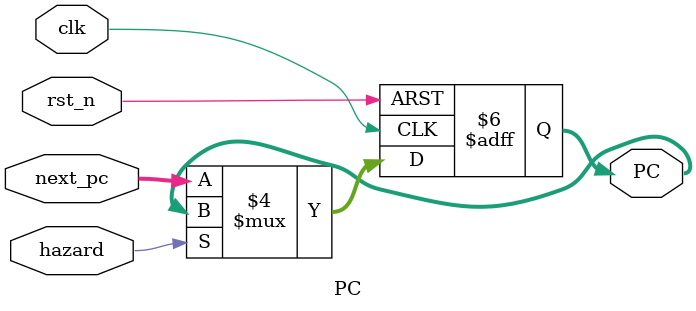
<source format=v>
module PC (
    clk,
    rst_n,
    next_pc,
    hazard,
    PC
);
input clk,rst_n,hazard;
input [63:0]next_pc;
output reg [63:0]PC;
always @(posedge clk or negedge rst_n) begin
    if(!rst_n) PC<=64'b0;
    else if(hazard)PC<=PC;
    else PC<=next_pc;
end
endmodule
</source>
